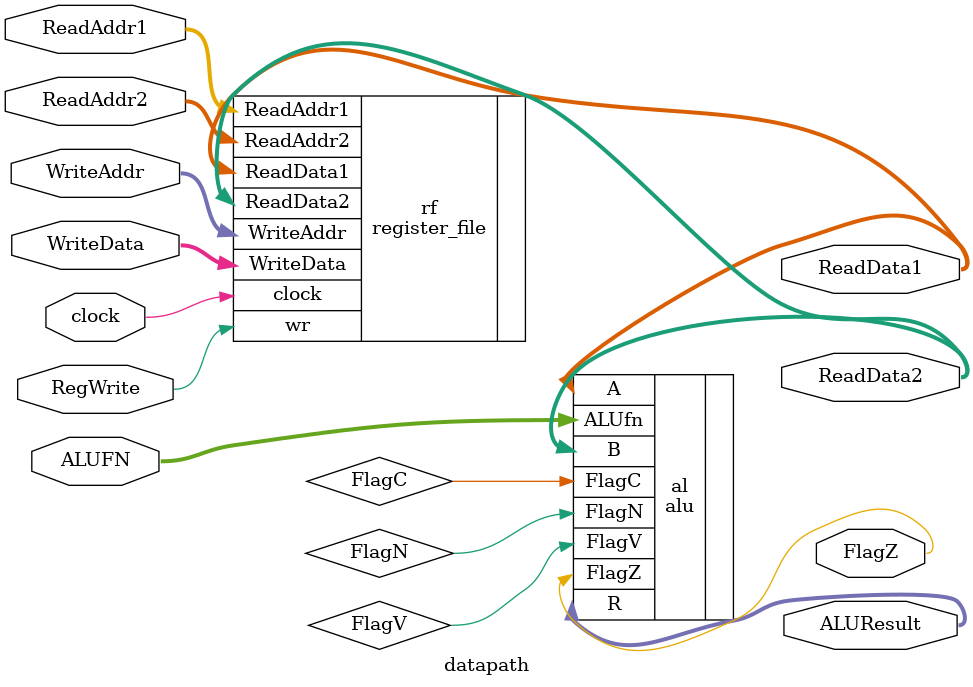
<source format=sv>
`timescale 1ns / 1ps
`default_nettype none

module datapath #(
   parameter Nreg = 32,                      // Quantidade de posições de memória
   parameter Dbits = 32                      // Quantidade de bits de dado
)(
   input wire [4:0] ALUFN,
   input wire clock,
   //input wire wr,                            // WriteEnable:  se wr==1, o dado é escrito em mem
   input wire RegWrite,
   output wire FlagZ,
   input wire [$clog2(Nreg)-1 : 0] ReadAddr1, ReadAddr2, WriteAddr, 	
                                             // 3 endereóco, dois para leitura e um para escrita
   input wire [Dbits-1 : 0] WriteData,       // Dado a ser escrito na memória (se wr==1)
   output logic [Dbits-1 : 0] ReadData1, ReadData2,
   output wire [Dbits-1 : 0] ALUResult
                                             // 2 portas de saída
   );

   wire FlagN, FlagC, FlagV;
   alu #(Dbits) al(.A(ReadData1), .B(ReadData2), .R(ALUResult), .ALUfn(ALUFN), .FlagN(FlagN), .FlagC(FlagC), .FlagV(FlagV), .FlagZ(FlagZ));
   register_file #(Nreg, Dbits) rf(.clock(clock), .wr(RegWrite), .ReadAddr1(ReadAddr1), .ReadAddr2(ReadAddr2), .WriteAddr(WriteAddr), .WriteData(WriteData), .ReadData1(ReadData1), .ReadData2(ReadData2));

endmodule

</source>
